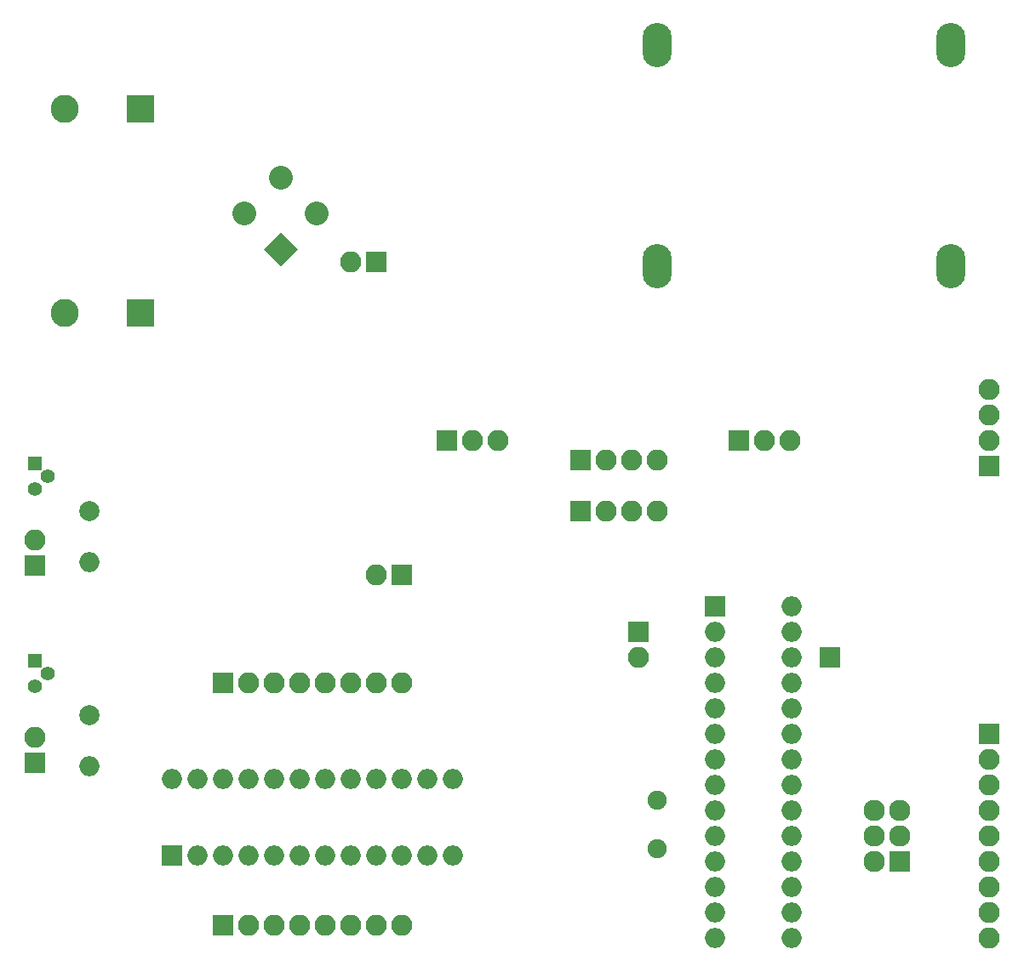
<source format=gbr>
G04 #@! TF.FileFunction,Soldermask,Bot*
%FSLAX46Y46*%
G04 Gerber Fmt 4.6, Leading zero omitted, Abs format (unit mm)*
G04 Created by KiCad (PCBNEW 4.0.7) date Fri Feb  9 05:02:28 2018*
%MOMM*%
%LPD*%
G01*
G04 APERTURE LIST*
%ADD10C,0.100000*%
%ADD11R,2.800000X2.800000*%
%ADD12C,2.800000*%
%ADD13C,2.400000*%
%ADD14O,2.900000X4.400000*%
%ADD15R,2.100000X2.100000*%
%ADD16O,2.100000X2.100000*%
%ADD17C,1.400000*%
%ADD18R,1.400000X1.400000*%
%ADD19R,2.000000X2.000000*%
%ADD20O,2.000000X2.000000*%
%ADD21C,1.900000*%
%ADD22R,2.127200X2.127200*%
%ADD23O,2.127200X2.127200*%
%ADD24C,2.000000*%
G04 APERTURE END LIST*
D10*
D11*
X98425000Y-41910000D03*
D12*
X90925000Y-41910000D03*
D11*
X98425000Y-62230000D03*
D12*
X90925000Y-62230000D03*
D13*
X108802898Y-52287898D02*
X108802898Y-52287898D01*
X115987102Y-52287898D02*
X115987102Y-52287898D01*
X112395000Y-48695795D02*
X112395000Y-48695795D01*
D10*
G36*
X114092056Y-55880000D02*
X112395000Y-57577056D01*
X110697944Y-55880000D01*
X112395000Y-54182944D01*
X114092056Y-55880000D01*
X114092056Y-55880000D01*
G37*
D14*
X179070000Y-57560000D03*
X179070000Y-35560000D03*
X149860000Y-57560000D03*
X149860000Y-35560000D03*
D15*
X106680000Y-123190000D03*
D16*
X109220000Y-123190000D03*
X111760000Y-123190000D03*
X114300000Y-123190000D03*
X116840000Y-123190000D03*
X119380000Y-123190000D03*
X121920000Y-123190000D03*
X124460000Y-123190000D03*
D15*
X106680000Y-99060000D03*
D16*
X109220000Y-99060000D03*
X111760000Y-99060000D03*
X114300000Y-99060000D03*
X116840000Y-99060000D03*
X119380000Y-99060000D03*
X121920000Y-99060000D03*
X124460000Y-99060000D03*
D15*
X142240000Y-76835000D03*
D16*
X144780000Y-76835000D03*
X147320000Y-76835000D03*
X149860000Y-76835000D03*
D15*
X142240000Y-81915000D03*
D16*
X144780000Y-81915000D03*
X147320000Y-81915000D03*
X149860000Y-81915000D03*
D15*
X182880000Y-104140000D03*
D16*
X182880000Y-106680000D03*
X182880000Y-109220000D03*
X182880000Y-111760000D03*
X182880000Y-114300000D03*
X182880000Y-116840000D03*
X182880000Y-119380000D03*
X182880000Y-121920000D03*
X182880000Y-124460000D03*
D15*
X182880000Y-77470000D03*
D16*
X182880000Y-74930000D03*
X182880000Y-72390000D03*
X182880000Y-69850000D03*
D15*
X157988000Y-74930000D03*
D16*
X160528000Y-74930000D03*
X163068000Y-74930000D03*
D15*
X128905000Y-74930000D03*
D16*
X131445000Y-74930000D03*
X133985000Y-74930000D03*
D15*
X124460000Y-88265000D03*
D16*
X121920000Y-88265000D03*
D15*
X121920000Y-57150000D03*
D16*
X119380000Y-57150000D03*
D15*
X87947500Y-87312500D03*
D16*
X87947500Y-84772500D03*
D15*
X87947500Y-106997500D03*
D16*
X87947500Y-104457500D03*
D17*
X89217500Y-78422500D03*
X87947500Y-79692500D03*
D18*
X87947500Y-77152500D03*
D17*
X89217500Y-98107500D03*
X87947500Y-99377500D03*
D18*
X87947500Y-96837500D03*
D19*
X155575000Y-91440000D03*
D20*
X163195000Y-124460000D03*
X155575000Y-93980000D03*
X163195000Y-121920000D03*
X155575000Y-96520000D03*
X163195000Y-119380000D03*
X155575000Y-99060000D03*
X163195000Y-116840000D03*
X155575000Y-101600000D03*
X163195000Y-114300000D03*
X155575000Y-104140000D03*
X163195000Y-111760000D03*
X155575000Y-106680000D03*
X163195000Y-109220000D03*
X155575000Y-109220000D03*
X163195000Y-106680000D03*
X155575000Y-111760000D03*
X163195000Y-104140000D03*
X155575000Y-114300000D03*
X163195000Y-101600000D03*
X155575000Y-116840000D03*
X163195000Y-99060000D03*
X155575000Y-119380000D03*
X163195000Y-96520000D03*
X155575000Y-121920000D03*
X163195000Y-93980000D03*
X155575000Y-124460000D03*
X163195000Y-91440000D03*
D19*
X101600000Y-116205000D03*
D20*
X129540000Y-108585000D03*
X104140000Y-116205000D03*
X127000000Y-108585000D03*
X106680000Y-116205000D03*
X124460000Y-108585000D03*
X109220000Y-116205000D03*
X121920000Y-108585000D03*
X111760000Y-116205000D03*
X119380000Y-108585000D03*
X114300000Y-116205000D03*
X116840000Y-108585000D03*
X116840000Y-116205000D03*
X114300000Y-108585000D03*
X119380000Y-116205000D03*
X111760000Y-108585000D03*
X121920000Y-116205000D03*
X109220000Y-108585000D03*
X124460000Y-116205000D03*
X106680000Y-108585000D03*
X127000000Y-116205000D03*
X104140000Y-108585000D03*
X129540000Y-116205000D03*
X101600000Y-108585000D03*
D21*
X149860000Y-115570000D03*
X149860000Y-110690000D03*
D15*
X147955000Y-93980000D03*
D16*
X147955000Y-96520000D03*
D15*
X167005000Y-96520000D03*
D22*
X173990000Y-116840000D03*
D23*
X171450000Y-116840000D03*
X173990000Y-114300000D03*
X171450000Y-114300000D03*
X173990000Y-111760000D03*
X171450000Y-111760000D03*
D24*
X93345000Y-81915000D03*
D20*
X93345000Y-86995000D03*
D24*
X93345000Y-102235000D03*
D20*
X93345000Y-107315000D03*
M02*

</source>
